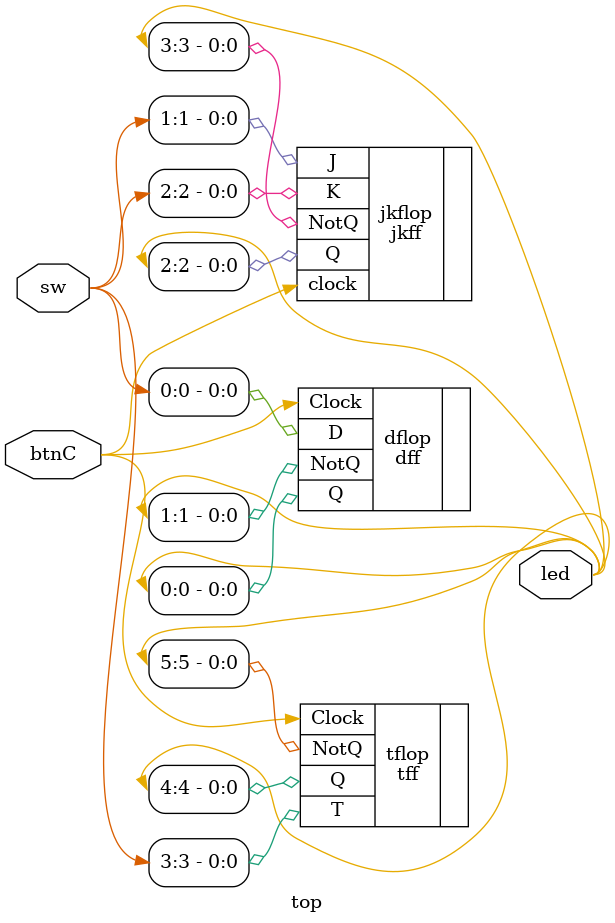
<source format=v>
module top(
    input [3:0] sw, 
    input btnC,
    output  [5:0]led
);
    
      dff dflop(
        .D(sw[0]),
        .Clock(btnC),
        .Q(led[0]),
        .NotQ(led[1])
    );
    
    jkff jkflop(
        .J(sw[1]),
        .K(sw[2]),
        .clock(btnC),
        .Q(led[2]),
        .NotQ(led[3])
    );

    tff tflop(
        .T(sw[3]),
        .Clock(btnC),
        .Q(led[4]),
        .NotQ(led[5])
     );

endmodule

</source>
